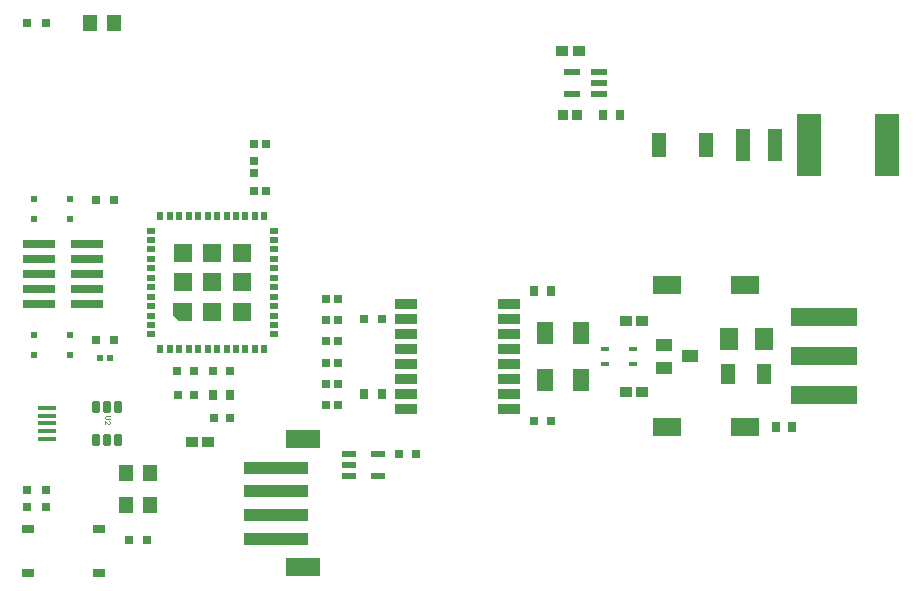
<source format=gtp>
G04*
G04 #@! TF.GenerationSoftware,Altium Limited,Altium Designer,24.3.1 (35)*
G04*
G04 Layer_Color=8421504*
%FSLAX25Y25*%
%MOIN*%
G70*
G04*
G04 #@! TF.SameCoordinates,DD40E729-4839-4357-B32C-C6A01C06D7B0*
G04*
G04*
G04 #@! TF.FilePolarity,Positive*
G04*
G01*
G75*
%ADD18C,0.00236*%
%ADD19R,0.03150X0.02953*%
%ADD20R,0.03150X0.03543*%
%ADD21R,0.03150X0.03150*%
%ADD22R,0.05906X0.01772*%
G04:AMPARAMS|DCode=23|XSize=23.62mil|YSize=39.37mil|CornerRadius=2.01mil|HoleSize=0mil|Usage=FLASHONLY|Rotation=0.000|XOffset=0mil|YOffset=0mil|HoleType=Round|Shape=RoundedRectangle|*
%AMROUNDEDRECTD23*
21,1,0.02362,0.03535,0,0,0.0*
21,1,0.01961,0.03937,0,0,0.0*
1,1,0.00402,0.00980,-0.01768*
1,1,0.00402,-0.00980,-0.01768*
1,1,0.00402,-0.00980,0.01768*
1,1,0.00402,0.00980,0.01768*
%
%ADD23ROUNDEDRECTD23*%
%ADD24R,0.02461X0.02264*%
%ADD25R,0.07874X0.20866*%
%ADD26R,0.05200X0.02200*%
%ADD27R,0.02631X0.02648*%
%ADD28R,0.07480X0.03543*%
%ADD29R,0.09646X0.06299*%
%ADD30R,0.05512X0.03937*%
%ADD31R,0.10984X0.02913*%
%ADD32R,0.04528X0.10630*%
%ADD33R,0.04921X0.07087*%
%ADD34R,0.02362X0.02165*%
%ADD35R,0.02593X0.03197*%
%ADD36R,0.03937X0.02756*%
%ADD37R,0.03563X0.03568*%
%ADD38R,0.02559X0.02756*%
%ADD39R,0.05339X0.07316*%
%ADD40R,0.01968X0.03150*%
%ADD41R,0.03150X0.01968*%
%ADD42C,0.05512*%
%ADD43R,0.06299X0.06299*%
%ADD44R,0.06313X0.07505*%
%ADD45R,0.03963X0.03773*%
%ADD46R,0.04355X0.03773*%
%ADD47R,0.21654X0.03937*%
%ADD48R,0.11811X0.06299*%
%ADD49R,0.03150X0.01575*%
%ADD50R,0.04757X0.05756*%
%ADD51R,0.05000X0.08268*%
%ADD52R,0.04921X0.01968*%
%ADD53R,0.22047X0.06299*%
%ADD54R,0.02648X0.02631*%
%ADD55R,0.04166X0.03591*%
G36*
X-453937Y116969D02*
X-458268D01*
X-460236Y118937D01*
Y123268D01*
X-453937D01*
Y116969D01*
D02*
G37*
D18*
X-481367Y85453D02*
X-482679D01*
X-482941Y85190D01*
Y84666D01*
X-482679Y84403D01*
X-481367D01*
X-482941Y82829D02*
Y83878D01*
X-481891Y82829D01*
X-481629D01*
X-481367Y83091D01*
Y83616D01*
X-481629Y83878D01*
D19*
X-340197Y83701D02*
D03*
X-334291D02*
D03*
X-396732Y117854D02*
D03*
X-390827D02*
D03*
X-379213Y72835D02*
D03*
X-385118D02*
D03*
X-469173Y43976D02*
D03*
X-475079D02*
D03*
X-480197Y157331D02*
D03*
X-486102D02*
D03*
X-480197Y110709D02*
D03*
X-486102D02*
D03*
X-459134Y100472D02*
D03*
X-453228D02*
D03*
X-441221D02*
D03*
X-447126D02*
D03*
D20*
X-334291Y127008D02*
D03*
X-340197D02*
D03*
X-390827Y92854D02*
D03*
X-396732D02*
D03*
X-317165Y185630D02*
D03*
X-311260D02*
D03*
X-441221Y92598D02*
D03*
X-447126D02*
D03*
D21*
X-502658Y216575D02*
D03*
X-509154D02*
D03*
X-502658Y60866D02*
D03*
X-509154D02*
D03*
X-502658Y55118D02*
D03*
X-509154D02*
D03*
D22*
X-502441Y88071D02*
D03*
Y85512D02*
D03*
Y82953D02*
D03*
Y80394D02*
D03*
Y77835D02*
D03*
D23*
X-486181Y77539D02*
D03*
Y88366D02*
D03*
X-478701Y77539D02*
D03*
X-482441D02*
D03*
Y88366D02*
D03*
X-478701D02*
D03*
D24*
X-506860Y157628D02*
D03*
X-494557Y157626D02*
D03*
Y151035D02*
D03*
X-506860Y151033D02*
D03*
X-494557Y105758D02*
D03*
X-506860Y105760D02*
D03*
Y112350D02*
D03*
X-494557Y112352D02*
D03*
D25*
X-248268Y175906D02*
D03*
X-222284D02*
D03*
D26*
X-327435Y192796D02*
D03*
Y200196D02*
D03*
X-318235D02*
D03*
Y196496D02*
D03*
Y192796D02*
D03*
D27*
X-429322Y176260D02*
D03*
X-433276D02*
D03*
X-429322Y160512D02*
D03*
X-433276D02*
D03*
X-409221Y124488D02*
D03*
X-405267D02*
D03*
Y110315D02*
D03*
X-409221D02*
D03*
X-405267Y103228D02*
D03*
X-409221D02*
D03*
Y96142D02*
D03*
X-405267D02*
D03*
X-409221Y117402D02*
D03*
X-405267D02*
D03*
X-409221Y89055D02*
D03*
X-405267D02*
D03*
D28*
X-348425Y122854D02*
D03*
Y117854D02*
D03*
Y112854D02*
D03*
Y107854D02*
D03*
Y102854D02*
D03*
Y97854D02*
D03*
Y92854D02*
D03*
Y87854D02*
D03*
X-382677D02*
D03*
Y92854D02*
D03*
Y97854D02*
D03*
Y102854D02*
D03*
Y107854D02*
D03*
Y112854D02*
D03*
Y117854D02*
D03*
Y122854D02*
D03*
D29*
X-295630Y81732D02*
D03*
X-269646D02*
D03*
X-295630Y128976D02*
D03*
X-269646D02*
D03*
D30*
X-288032Y105354D02*
D03*
X-296693Y101614D02*
D03*
Y109095D02*
D03*
D31*
X-488878Y142677D02*
D03*
Y137677D02*
D03*
Y132677D02*
D03*
Y127677D02*
D03*
Y122677D02*
D03*
X-504902D02*
D03*
Y127677D02*
D03*
Y132677D02*
D03*
Y137677D02*
D03*
Y142677D02*
D03*
D32*
X-270413Y175906D02*
D03*
X-259587D02*
D03*
D33*
X-263248Y99449D02*
D03*
X-275256D02*
D03*
D34*
X-481476Y104803D02*
D03*
X-484823D02*
D03*
D35*
X-259436Y81732D02*
D03*
X-254107D02*
D03*
D36*
X-508543Y47756D02*
D03*
X-484921D02*
D03*
X-508543Y33189D02*
D03*
X-484921D02*
D03*
D37*
X-325628Y185630D02*
D03*
X-330357D02*
D03*
D38*
X-458839Y92598D02*
D03*
X-453524D02*
D03*
X-441516Y84724D02*
D03*
X-446831D02*
D03*
D39*
X-324267Y97480D02*
D03*
X-336284D02*
D03*
Y113228D02*
D03*
X-324267D02*
D03*
D40*
X-464567Y107717D02*
D03*
X-461417D02*
D03*
X-458268D02*
D03*
X-455118D02*
D03*
X-451968D02*
D03*
X-448819D02*
D03*
X-445669D02*
D03*
X-442520D02*
D03*
X-439370D02*
D03*
X-436221D02*
D03*
X-433071D02*
D03*
X-429921D02*
D03*
Y152205D02*
D03*
X-433071D02*
D03*
X-436221D02*
D03*
X-439370D02*
D03*
X-442520D02*
D03*
X-445669D02*
D03*
X-448819D02*
D03*
X-451968D02*
D03*
X-455118D02*
D03*
X-458268D02*
D03*
X-461417D02*
D03*
X-464567D02*
D03*
D41*
X-426772Y112638D02*
D03*
Y115787D02*
D03*
Y118937D02*
D03*
Y122087D02*
D03*
Y125236D02*
D03*
Y128386D02*
D03*
Y131535D02*
D03*
Y134685D02*
D03*
Y137835D02*
D03*
Y140984D02*
D03*
Y144134D02*
D03*
Y147283D02*
D03*
X-467717D02*
D03*
Y144134D02*
D03*
Y140984D02*
D03*
Y137835D02*
D03*
Y134685D02*
D03*
Y131535D02*
D03*
Y128386D02*
D03*
Y125236D02*
D03*
Y122087D02*
D03*
Y118937D02*
D03*
Y115787D02*
D03*
Y112638D02*
D03*
D42*
X-457087Y120118D02*
D03*
D43*
Y129961D02*
D03*
Y139803D02*
D03*
X-447244Y120118D02*
D03*
Y129961D02*
D03*
Y139803D02*
D03*
X-437402Y120118D02*
D03*
Y129961D02*
D03*
Y139803D02*
D03*
D44*
X-275159Y111260D02*
D03*
X-263345D02*
D03*
D45*
X-330850Y207205D02*
D03*
X-325134D02*
D03*
D46*
X-448637Y76850D02*
D03*
X-453961D02*
D03*
D47*
X-426024Y68228D02*
D03*
Y60354D02*
D03*
Y52480D02*
D03*
Y44606D02*
D03*
D48*
X-417165Y35157D02*
D03*
Y77677D02*
D03*
D49*
X-316260Y107913D02*
D03*
Y102795D02*
D03*
X-307205D02*
D03*
Y107913D02*
D03*
D50*
X-480071Y216614D02*
D03*
X-487961D02*
D03*
X-468181Y55630D02*
D03*
X-476071D02*
D03*
X-468181Y66614D02*
D03*
X-476071D02*
D03*
D51*
X-298209Y175906D02*
D03*
X-282579D02*
D03*
D52*
X-401850Y72835D02*
D03*
Y69095D02*
D03*
Y65354D02*
D03*
X-392008D02*
D03*
Y72835D02*
D03*
D53*
X-243268Y92362D02*
D03*
Y105354D02*
D03*
Y118347D02*
D03*
D54*
X-433276Y170363D02*
D03*
Y166409D02*
D03*
D55*
X-309358Y93543D02*
D03*
X-304028D02*
D03*
Y117165D02*
D03*
X-309358D02*
D03*
M02*

</source>
